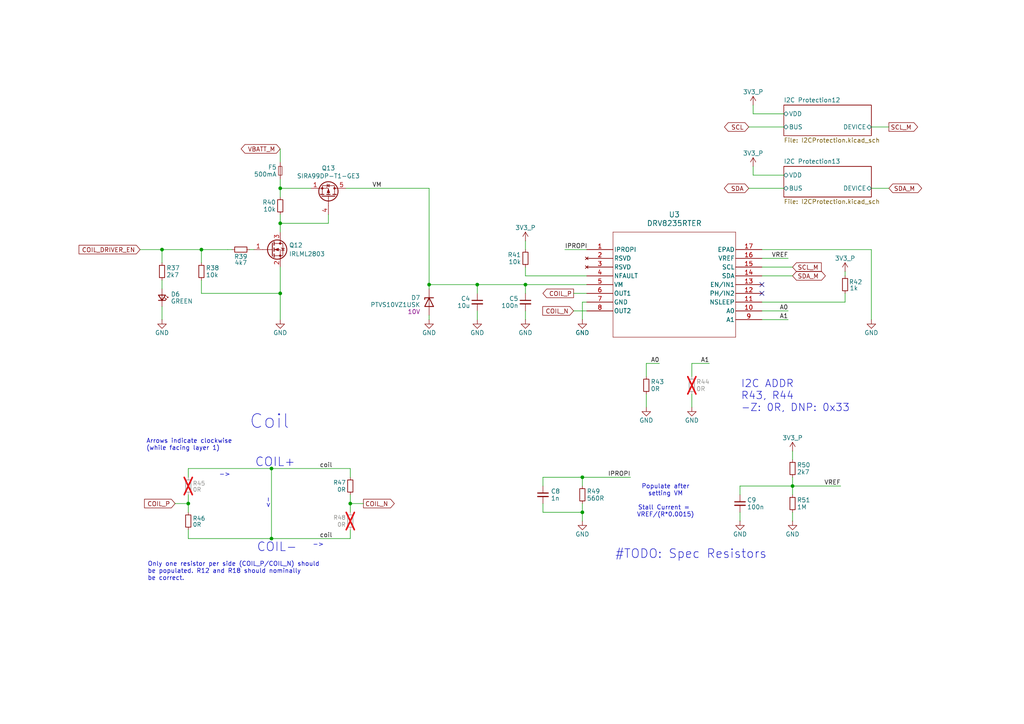
<source format=kicad_sch>
(kicad_sch (version 20250114) (generator "eeschema") (generator_version "9.0")
  (paper "A4")
  (title_block (title "Argus -Z Panel") (date "2025-06-23") (rev "Rev 5.0") (company "N. Khera") (comment 1 "V. Rajesh") (comment 2 "A. Sahay"))
  (lib_symbols
    (symbol "Argus-IC:DRV8235RTER" (pin_names (offset 0.254))
      (property "Reference" "U" (at 25.4 10.16 0))
      (property "Value" "DRV8235RTER" (at 25.4 7.62 0))
      (symbol "DRV8235RTER_0_1"
        (polyline (pts (xy 7.62 5.08) (xy 7.62 -25.4)) (stroke (width 0.127)))
        (polyline (pts (xy 7.62 -25.4) (xy 43.18 -25.4)) (stroke (width 0.127)))
        (polyline (pts (xy 43.18 5.08) (xy 7.62 5.08)) (stroke (width 0.127)))
        (polyline (pts (xy 43.18 -25.4) (xy 43.18 5.08)) (stroke (width 0.127)))
        (pin power_in line (at 0 0 0) (length 7.62) (name "IPROPI") (number "1"))
        (pin no_connect line (at 0 -2.54 0) (length 7.62) (name "RSVD") (number "2"))
        (pin no_connect line (at 0 -5.08 0) (length 7.62) (name "RSVD") (number "3"))
        (pin output line (at 0 -7.62 0) (length 7.62) (name "NFAULT") (number "4"))
        (pin power_in line (at 0 -10.16 0) (length 7.62) (name "VM") (number "5"))
        (pin output line (at 0 -12.7 0) (length 7.62) (name "OUT1") (number "6"))
        (pin power_out line (at 0 -15.24 0) (length 7.62) (name "GND") (number "7"))
        (pin output line (at 0 -17.78 0) (length 7.62) (name "OUT2") (number "8"))
        (pin power_out line (at 50.8 0 180) (length 7.62) (name "EPAD") (number "17"))
        (pin input line (at 50.8 -2.54 180) (length 7.62) (name "VREF") (number "16"))
        (pin input line (at 50.8 -5.08 180) (length 7.62) (name "SCL") (number "15"))
        (pin input line (at 50.8 -7.62 180) (length 7.62) (name "SDA") (number "14"))
        (pin input line (at 50.8 -10.16 180) (length 7.62) (name "EN/IN1") (number "13"))
        (pin input line (at 50.8 -12.7 180) (length 7.62) (name "PH/IN2") (number "12"))
        (pin input line (at 50.8 -15.24 180) (length 7.62) (name "NSLEEP") (number "11"))
        (pin input line (at 50.8 -17.78 180) (length 7.62) (name "A0") (number "10"))
        (pin input line (at 50.8 -20.32 180) (length 7.62) (name "A1") (number "9"))
      )
    )
    (symbol "Argus-IC:IRLML2803" (pin_names (hide yes))
      (property "Reference" "Q23" (at 2.54 1.27 0))
      (property "Value" "IRLML2803" (at 2.54 -1.27 0))
      (symbol "IRLML2803_0_1"
        (polyline (pts (xy -2.286 1.905) (xy -2.286 -1.905)) (stroke (width 0.254)))
        (polyline (pts (xy -2.286 0) (xy -5.08 0)))
        (polyline (pts (xy -1.778 2.286) (xy -1.778 1.27)) (stroke (width 0.254)))
        (polyline (pts (xy -1.778 0.508) (xy -1.778 -0.508)) (stroke (width 0.254)))
        (polyline (pts (xy -1.778 -1.27) (xy -1.778 -2.286)) (stroke (width 0.254)))
        (polyline (pts (xy -1.778 -1.778) (xy 0.762 -1.778) (xy 0.762 1.778) (xy -1.778 1.778)))
        (polyline (pts (xy -1.524 0) (xy -0.508 0.381) (xy -0.508 -0.381) (xy -1.524 0)) (fill (type outline)))
        (circle (center -0.889 0) (radius 2.794) (stroke (width 0.254)))
        (polyline (pts (xy 0 2.54) (xy 0 1.778)))
        (circle (center 0 1.778) (radius 0.254) (fill (type outline)))
        (circle (center 0 -1.778) (radius 0.254) (fill (type outline)))
        (polyline (pts (xy 0 -2.54) (xy 0 0) (xy -1.778 0)))
        (polyline (pts (xy 0.254 0.508) (xy 0.381 0.381) (xy 1.143 0.381) (xy 1.27 0.254)))
        (polyline (pts (xy 0.762 0.381) (xy 0.381 -0.254) (xy 1.143 -0.254) (xy 0.762 0.381)))
      )
      (symbol "IRLML2803_1_1"
        (pin input line (at -7.62 0 0) (length 2.54) (name "G") (number "1"))
        (pin passive line (at 0 5.08 270) (length 2.54) (name "D") (number "3"))
        (pin passive line (at 0 -5.08 90) (length 2.54) (name "S") (number "2"))
      )
    )
    (symbol "Device:C_Small" (pin_numbers (hide yes)) (pin_names (offset 0.254) (hide yes))
      (property "Reference" "C" (at 0.254 1.778 0))
      (property "Value" "C_Small" (at 0.254 -2.032 0))
      (symbol "C_Small_0_1"
        (polyline (pts (xy -1.524 0.508) (xy 1.524 0.508)) (stroke (width 0.3048)))
        (polyline (pts (xy -1.524 -0.508) (xy 1.524 -0.508)) (stroke (width 0.3302)))
      )
      (symbol "C_Small_1_1"
        (pin passive line (at 0 2.54 270) (length 2.032) (name "~") (number "1"))
        (pin passive line (at 0 -2.54 90) (length 2.032) (name "~") (number "2"))
      )
    )
    (symbol "Device:Fuse_Small" (pin_numbers (hide yes)) (pin_names (offset 0.254) (hide yes))
      (property "Reference" "F" (at 0 -1.524 0))
      (property "Value" "Fuse_Small" (at 0 1.524 0))
      (symbol "Fuse_Small_0_1"
        (rectangle (start -1.27 0.508) (end 1.27 -0.508))
        (polyline (pts (xy -1.27 0) (xy 1.27 0)))
      )
      (symbol "Fuse_Small_1_1"
        (pin passive line (at -2.54 0 0) (length 1.27) (name "~") (number "1"))
        (pin passive line (at 2.54 0 180) (length 1.27) (name "~") (number "2"))
      )
    )
    (symbol "Device:LED_Small" (pin_numbers (hide yes)) (pin_names (offset 0.254) (hide yes))
      (property "Reference" "D" (at -1.27 3.175 0))
      (property "Value" "LED_Small" (at -4.445 -2.54 0))
      (symbol "LED_Small_0_1"
        (polyline (pts (xy -0.762 -1.016) (xy -0.762 1.016)) (stroke (width 0.254)))
        (polyline (pts (xy 0 0.762) (xy -0.508 1.27) (xy -0.254 1.27) (xy -0.508 1.27) (xy -0.508 1.016)))
        (polyline (pts (xy 0.508 1.27) (xy 0 1.778) (xy 0.254 1.778) (xy 0 1.778) (xy 0 1.524)))
        (polyline (pts (xy 0.762 -1.016) (xy -0.762 0) (xy 0.762 1.016) (xy 0.762 -1.016)) (stroke (width 0.254)))
        (polyline (pts (xy 1.016 0) (xy -0.762 0)))
      )
      (symbol "LED_Small_1_1"
        (pin passive line (at -2.54 0 0) (length 1.778) (name "K") (number "1"))
        (pin passive line (at 2.54 0 180) (length 1.778) (name "A") (number "2"))
      )
    )
    (symbol "Device:R_Small" (pin_numbers (hide yes)) (pin_names (offset 0.254) (hide yes))
      (property "Reference" "R" (at 0.762 0.508 0))
      (property "Value" "R_Small" (at 0.762 -1.016 0))
      (symbol "R_Small_0_1"
        (rectangle (start -0.762 1.778) (end 0.762 -1.778) (stroke (width 0.2032)))
      )
      (symbol "R_Small_1_1"
        (pin passive line (at 0 2.54 270) (length 0.762) (name "~") (number "1"))
        (pin passive line (at 0 -2.54 90) (length 0.762) (name "~") (number "2"))
      )
    )
    (symbol "Diode:PTVS10VZ1USK" (pin_numbers (hide yes)) (pin_names (hide yes))
      (property "Reference" "D" (at 0 2.54 0))
      (property "Value" "PTVS10VZ1USK" (at 0 -2.54 0))
      (symbol "PTVS10VZ1USK_0_1"
        (polyline (pts (xy -1.27 -1.27) (xy -1.27 1.27) (xy -0.762 1.27)) (stroke (width 0.254)))
        (polyline (pts (xy 1.27 0) (xy -1.27 0)))
        (polyline (pts (xy 1.27 -1.27) (xy 1.27 1.27) (xy -1.27 0) (xy 1.27 -1.27)) (stroke (width 0.254)))
      )
      (symbol "PTVS10VZ1USK_1_1"
        (pin passive line (at -3.81 0 0) (length 2.54) (name "K") (number "1"))
        (pin passive line (at 3.81 0 180) (length 2.54) (name "A") (number "2"))
      )
    )
    (symbol "R_Small_1" (pin_numbers (hide yes)) (pin_names (offset 0.254) (hide yes))
      (property "Reference" "R" (at 0 0 90))
      (property "Value" "R_Small" (at 1.778 0 90))
      (symbol "R_Small_1_0_1"
        (rectangle (start -0.762 1.778) (end 0.762 -1.778) (stroke (width 0.2032)))
      )
      (symbol "R_Small_1_1_1"
        (pin passive line (at 0 2.54 270) (length 0.762) (name "~") (number "1"))
        (pin passive line (at 0 -2.54 90) (length 0.762) (name "~") (number "2"))
      )
    )
    (symbol "R_Small_2" (pin_numbers (hide yes)) (pin_names (offset 0.254) (hide yes))
      (property "Reference" "R" (at 0 0 90))
      (property "Value" "R_Small" (at 1.778 0 90))
      (symbol "R_Small_2_0_1"
        (rectangle (start -0.762 1.778) (end 0.762 -1.778) (stroke (width 0.2032)))
      )
      (symbol "R_Small_2_1_1"
        (pin passive line (at 0 2.54 270) (length 0.762) (name "~") (number "1"))
        (pin passive line (at 0 -2.54 90) (length 0.762) (name "~") (number "2"))
      )
    )
    (symbol "R_Small_3" (pin_numbers (hide yes)) (pin_names (offset 0.254) (hide yes))
      (property "Reference" "R" (at 0 0 90))
      (property "Value" "R_Small" (at 1.778 0 90))
      (symbol "R_Small_3_0_1"
        (rectangle (start -0.762 1.778) (end 0.762 -1.778) (stroke (width 0.2032)))
      )
      (symbol "R_Small_3_1_1"
        (pin passive line (at 0 2.54 270) (length 0.762) (name "~") (number "1"))
        (pin passive line (at 0 -2.54 90) (length 0.762) (name "~") (number "2"))
      )
    )
    (symbol "R_Small_4" (pin_numbers (hide yes)) (pin_names (offset 0.254) (hide yes))
      (property "Reference" "R" (at 0 0 90))
      (property "Value" "R_Small" (at 1.778 0 90))
      (symbol "R_Small_4_0_1"
        (rectangle (start -0.762 1.778) (end 0.762 -1.778) (stroke (width 0.2032)))
      )
      (symbol "R_Small_4_1_1"
        (pin passive line (at 0 2.54 270) (length 0.762) (name "~") (number "1"))
        (pin passive line (at 0 -2.54 90) (length 0.762) (name "~") (number "2"))
      )
    )
    (symbol "Transistor_FET:Si7141DP" (pin_names (hide yes))
      (property "Reference" "Q" (at 5.08 1.905 0))
      (property "Value" "Si7141DP" (at 5.08 0 0))
      (symbol "Si7141DP_0_1"
        (polyline (pts (xy 0.254 1.905) (xy 0.254 -1.905)) (stroke (width 0.254)))
        (polyline (pts (xy 0.254 0) (xy -2.54 0)))
        (polyline (pts (xy 0.762 2.286) (xy 0.762 1.27)) (stroke (width 0.254)))
        (polyline (pts (xy 0.762 1.778) (xy 3.302 1.778) (xy 3.302 -1.778) (xy 0.762 -1.778)))
        (polyline (pts (xy 0.762 0.508) (xy 0.762 -0.508)) (stroke (width 0.254)))
        (polyline (pts (xy 0.762 -1.27) (xy 0.762 -2.286)) (stroke (width 0.254)))
        (circle (center 1.651 0) (radius 2.794) (stroke (width 0.254)))
        (polyline (pts (xy 2.286 0) (xy 1.27 0.381) (xy 1.27 -0.381) (xy 2.286 0)) (fill (type outline)))
        (polyline (pts (xy 2.54 2.54) (xy 2.54 1.778)))
        (circle (center 2.54 1.778) (radius 0.254) (fill (type outline)))
        (circle (center 2.54 -1.778) (radius 0.254) (fill (type outline)))
        (polyline (pts (xy 2.54 -2.54) (xy 2.54 0) (xy 0.762 0)))
        (polyline (pts (xy 2.794 -0.508) (xy 2.921 -0.381) (xy 3.683 -0.381) (xy 3.81 -0.254)))
        (polyline (pts (xy 3.302 -0.381) (xy 2.921 0.254) (xy 3.683 0.254) (xy 3.302 -0.381)))
      )
      (symbol "Si7141DP_1_1"
        (pin input line (at -5.08 0 0) (length 2.54) (name "G") (number "4"))
        (pin passive line (at 2.54 5.08 270) (length 2.54) (name "D") (number "5"))
        (pin passive line (at 2.54 -5.08 90) (length 2.54) (name "S") (number "1"))
        (pin passive line (at 2.54 -5.08 90) (length 2.54) (hide yes) (name "S") (number "2"))
        (pin passive line (at 2.54 -5.08 90) (length 2.54) (hide yes) (name "S") (number "3"))
      )
    )
    (symbol "power:+3.3V" (power) (pin_numbers (hide yes)) (pin_names (offset 0) (hide yes))
      (property "Value" "+3.3V" (at 0 3.556 0))
      (symbol "+3.3V_0_1"
        (polyline (pts (xy -0.762 1.27) (xy 0 2.54)))
        (polyline (pts (xy 0 2.54) (xy 0.762 1.27)))
        (polyline (pts (xy 0 0) (xy 0 2.54)))
      )
      (symbol "+3.3V_1_1"
        (pin power_in line (at 0 0 90) (length 0) (name "~") (number "1"))
      )
    )
    (symbol "power:GND" (power) (pin_numbers (hide yes)) (pin_names (offset 0) (hide yes))
      (property "Value" "GND" (at 0 -3.81 0))
      (symbol "GND_0_1"
        (polyline (pts (xy 0 0) (xy 0 -1.27) (xy 1.27 -1.27) (xy 0 -2.54) (xy -1.27 -1.27) (xy 0 -1.27)))
      )
      (symbol "GND_1_1"
        (pin power_in line (at 0 0 270) (length 0) (name "~") (number "1"))
      )
    )
  )
  (text "COIL+" (at 73.914 135.636 0) (effects (font (size 2.54 2.54)) (justify left bottom)))
  (text "->" (at 63.5 138.43 0) (effects (font (size 1.27 1.27)) (justify left bottom)))
  (text "->" (at 93.98 158.75 0) (effects (font (size 1.27 1.27)) (justify right bottom)))
  (text "#TODO: Spec Resistors" (at 200.406 160.782 0) (effects (font (size 2.54 2.54))))
  (text "Coil" (at 72.263 124.714 0) (effects (font (size 4 4)) (justify left bottom)))
  (text "I2C ADDR\nR43, R44\n-Z: 0R, DNP: 0x33" (at 214.884 119.634 0) (effects (font (size 2.159 2.159)) (justify left bottom)))
  (text "Only one resistor per side (COIL_P/COIL_N) should \nbe populated. R12 and R18 should nominally \nbe correct." (at 42.799 168.529 0) (effects (font (size 1.27 1.27)) (justify left bottom)))
  (text "<-" (at 78.486 147.574 90) (effects (font (size 1.27 1.27)) (justify left bottom)))
  (text "Arrows indicate clockwise\n(while facing layer 1)" (at 42.418 130.81 0) (effects (font (size 1.27 1.27)) (justify left bottom)))
  (text "COIL-" (at 74.422 160.274 0) (effects (font (size 2.54 2.54)) (justify left bottom)))
  (text "Populate after\nsetting VM\n\nStall Current = \nVREF/(R*0.0015)" (at 193.04 145.288 0) (effects (font (size 1.27 1.27))))
  (junction (at 101.6 146.05))
  (junction (at 81.28 64.77))
  (junction (at 78.74 135.89))
  (junction (at 152.4 82.55))
  (junction (at 78.74 156.21))
  (junction (at 81.28 85.09))
  (junction (at 46.99 72.39))
  (junction (at 54.61 146.05))
  (junction (at 138.43 82.55))
  (junction (at 124.46 82.55))
  (junction (at 58.42 72.39))
  (junction (at 168.91 148.59))
  (junction (at 229.87 140.97))
  (junction (at 81.28 54.61))
  (junction (at 168.91 138.43))
  (no_connect (at 220.98 85.09))
  (no_connect (at 220.98 82.55))
  (wire (pts (xy 101.6 143.51) (xy 101.6 146.05)))
  (wire (pts (xy 227.33 50.8) (xy 218.44 50.8)))
  (wire (pts (xy 152.4 69.85) (xy 152.4 72.39)))
  (wire (pts (xy 105.41 146.05) (xy 101.6 146.05)))
  (wire (pts (xy 81.28 52.07) (xy 81.28 54.61)) (stroke (width 0.1524)))
  (wire (pts (xy 168.91 87.63) (xy 168.91 92.71)))
  (wire (pts (xy 72.39 72.39) (xy 73.66 72.39)))
  (wire (pts (xy 220.98 72.39) (xy 252.73 72.39)))
  (wire (pts (xy 217.17 54.61) (xy 227.33 54.61)))
  (wire (pts (xy 187.452 114.3) (xy 187.452 118.11)))
  (wire (pts (xy 229.87 140.97) (xy 243.84 140.97)))
  (wire (pts (xy 101.6 153.67) (xy 101.6 156.21)))
  (wire (pts (xy 54.61 153.67) (xy 54.61 156.21)))
  (wire (pts (xy 54.61 135.89) (xy 78.74 135.89)))
  (wire (pts (xy 46.99 92.71) (xy 46.99 88.9)))
  (wire (pts (xy 138.43 82.55) (xy 138.43 85.09)))
  (wire (pts (xy 157.48 148.59) (xy 168.91 148.59)))
  (wire (pts (xy 168.91 138.43) (xy 157.48 138.43)))
  (wire (pts (xy 229.87 77.47) (xy 220.98 77.47)))
  (wire (pts (xy 54.61 143.51) (xy 54.61 146.05)))
  (wire (pts (xy 46.99 72.39) (xy 58.42 72.39)) (stroke (width 0.1524)))
  (wire (pts (xy 152.4 82.55) (xy 170.18 82.55)))
  (wire (pts (xy 81.28 92.71) (xy 81.28 85.09)))
  (wire (pts (xy 46.99 72.39) (xy 40.64 72.39)) (stroke (width 0.1524)))
  (wire (pts (xy 152.4 82.55) (xy 152.4 85.09)))
  (wire (pts (xy 217.17 36.83) (xy 227.33 36.83)))
  (wire (pts (xy 78.74 135.89) (xy 101.6 135.89)))
  (wire (pts (xy 220.98 74.93) (xy 228.6 74.93)))
  (wire (pts (xy 168.91 148.59) (xy 168.91 146.05)))
  (wire (pts (xy 214.63 140.97) (xy 214.63 143.51)))
  (wire (pts (xy 229.87 130.81) (xy 229.87 133.35)))
  (wire (pts (xy 152.4 90.17) (xy 152.4 92.71)))
  (wire (pts (xy 157.48 146.05) (xy 157.48 148.59)))
  (wire (pts (xy 157.48 138.43) (xy 157.48 140.97)))
  (wire (pts (xy 200.66 105.41) (xy 200.66 109.22)))
  (wire (pts (xy 163.83 72.39) (xy 170.18 72.39)))
  (wire (pts (xy 81.28 54.61) (xy 81.28 57.15)))
  (wire (pts (xy 54.61 135.89) (xy 54.61 138.43)))
  (wire (pts (xy 81.28 77.47) (xy 81.28 85.09)))
  (wire (pts (xy 78.74 135.89) (xy 78.74 156.21)))
  (wire (pts (xy 138.43 82.55) (xy 152.4 82.55)))
  (wire (pts (xy 81.28 64.77) (xy 95.25 64.77)) (stroke (width 0.1524)))
  (wire (pts (xy 170.18 87.63) (xy 168.91 87.63)))
  (wire (pts (xy 124.46 92.71) (xy 124.46 91.44)))
  (wire (pts (xy 245.11 85.09) (xy 245.11 87.63)))
  (wire (pts (xy 101.6 135.89) (xy 101.6 138.43)))
  (wire (pts (xy 168.91 138.43) (xy 168.91 140.97)))
  (wire (pts (xy 138.43 90.17) (xy 138.43 92.71)))
  (wire (pts (xy 81.28 62.23) (xy 81.28 64.77)))
  (wire (pts (xy 191.262 105.41) (xy 187.452 105.41)))
  (wire (pts (xy 252.73 54.61) (xy 257.81 54.61)))
  (wire (pts (xy 227.33 33.02) (xy 218.44 33.02)))
  (wire (pts (xy 81.28 64.77) (xy 81.28 67.31)) (stroke (width 0.1524)))
  (wire (pts (xy 187.452 105.41) (xy 187.452 109.22)))
  (wire (pts (xy 200.66 114.3) (xy 200.66 118.11)))
  (wire (pts (xy 78.74 156.21) (xy 101.6 156.21)))
  (wire (pts (xy 168.91 151.13) (xy 168.91 148.59)))
  (wire (pts (xy 218.44 50.8) (xy 218.44 48.26)))
  (wire (pts (xy 95.25 64.77) (xy 95.25 62.23)) (stroke (width 0.1524)))
  (wire (pts (xy 124.46 82.55) (xy 124.46 83.82)))
  (wire (pts (xy 252.73 72.39) (xy 252.73 92.71)))
  (wire (pts (xy 220.98 90.17) (xy 228.6 90.17)))
  (wire (pts (xy 168.91 138.43) (xy 182.88 138.43)))
  (wire (pts (xy 101.6 146.05) (xy 101.6 148.59)))
  (wire (pts (xy 58.42 72.39) (xy 66.04 72.39)) (stroke (width 0.1524)))
  (wire (pts (xy 220.98 92.71) (xy 228.6 92.71)))
  (wire (pts (xy 81.28 54.61) (xy 90.17 54.61)) (stroke (width 0.1524)))
  (wire (pts (xy 54.61 156.21) (xy 78.74 156.21)))
  (wire (pts (xy 229.87 140.97) (xy 229.87 143.51)))
  (wire (pts (xy 58.42 72.39) (xy 58.42 76.2)) (stroke (width 0.1524)))
  (wire (pts (xy 124.46 82.55) (xy 138.43 82.55)))
  (wire (pts (xy 58.42 85.09) (xy 81.28 85.09)))
  (wire (pts (xy 229.87 138.43) (xy 229.87 140.97)))
  (wire (pts (xy 229.87 80.01) (xy 220.98 80.01)))
  (wire (pts (xy 66.04 72.39) (xy 67.31 72.39)))
  (wire (pts (xy 252.73 36.83) (xy 257.81 36.83)))
  (wire (pts (xy 100.33 54.61) (xy 124.46 54.61)))
  (wire (pts (xy 214.63 140.97) (xy 229.87 140.97)))
  (wire (pts (xy 218.44 33.02) (xy 218.44 30.48)))
  (wire (pts (xy 152.4 77.47) (xy 152.4 80.01)))
  (wire (pts (xy 58.42 85.09) (xy 58.42 81.28)))
  (wire (pts (xy 229.87 148.59) (xy 229.87 151.13)))
  (wire (pts (xy 220.98 87.63) (xy 245.11 87.63)))
  (wire (pts (xy 81.28 43.18) (xy 81.28 46.99)))
  (wire (pts (xy 166.37 90.17) (xy 170.18 90.17)))
  (wire (pts (xy 166.37 85.09) (xy 170.18 85.09)))
  (wire (pts (xy 124.46 54.61) (xy 124.46 82.55)))
  (wire (pts (xy 205.74 105.41) (xy 200.66 105.41)))
  (wire (pts (xy 54.61 146.05) (xy 54.61 148.59)))
  (wire (pts (xy 50.8 146.05) (xy 54.61 146.05)))
  (wire (pts (xy 152.4 80.01) (xy 170.18 80.01)))
  (wire (pts (xy 214.63 148.59) (xy 214.63 151.13)))
  (wire (pts (xy 245.11 80.01) (xy 245.11 78.74)))
  (wire (pts (xy 46.99 81.28) (xy 46.99 83.82)))
  (wire (pts (xy 46.99 72.39) (xy 46.99 76.2)) (stroke (width 0.1524)))
  (label "coil" (at 92.71 156.21 0))
  (label "IPROPI" (at 163.83 72.39 0))
  (label "coil" (at 92.71 135.89 0))
  (label "A0" (at 228.6 90.17 180))
  (label "IPROPI" (at 182.88 138.43 180))
  (label "A1" (at 228.6 92.71 180))
  (label "VREF" (at 243.84 140.97 180))
  (label "VM" (at 107.95 54.61 0))
  (label "A0" (at 191.262 105.41 180))
  (label "VREF" (at 228.6 74.93 180))
  (label "A1" (at 205.74 105.41 180))
  (global_label "COIL_DRIVER_EN" (shape input) (at 40.64 72.39 180) (property "Intersheetrefs" "${INTERSHEET_REFS}" (effects (hide yes))))
  (global_label "SCL_M" (shape input) (at 229.87 77.47 0) (property "Intersheetrefs" "${INTERSHEET_REFS}" (effects (hide yes))))
  (global_label "SCL_M" (shape output) (at 257.81 36.83 0) (property "Intersheetrefs" "${INTERSHEET_REFS}" (effects (hide yes))))
  (global_label "COIL_N" (shape output) (at 105.41 146.05 0) (property "Intersheetrefs" "${INTERSHEET_REFS}" (effects (hide yes))))
  (global_label "SDA_M" (shape bidirectional) (at 229.87 80.01 0) (property "Intersheetrefs" "${INTERSHEET_REFS}" (effects (hide yes))))
  (global_label "VBATT_M" (shape bidirectional) (at 81.28 43.18 180) (property "Intersheetrefs" "${INTERSHEET_REFS}" (effects (hide yes))))
  (global_label "SDA" (shape bidirectional) (at 217.17 54.61 180) (property "Intersheetrefs" "${INTERSHEET_REFS}" (effects (hide yes))))
  (global_label "COIL_P" (shape input) (at 50.8 146.05 180) (property "Intersheetrefs" "${INTERSHEET_REFS}" (effects (hide yes))))
  (global_label "SDA_M" (shape bidirectional) (at 257.81 54.61 0) (property "Intersheetrefs" "${INTERSHEET_REFS}" (effects (hide yes))))
  (global_label "COIL_P" (shape output) (at 166.37 85.09 180) (property "Intersheetrefs" "${INTERSHEET_REFS}" (effects (hide yes))))
  (global_label "SCL" (shape bidirectional) (at 217.17 36.83 180) (property "Intersheetrefs" "${INTERSHEET_REFS}" (effects (hide yes))))
  (global_label "COIL_N" (shape input) (at 166.37 90.17 180) (property "Intersheetrefs" "${INTERSHEET_REFS}" (effects (hide yes))))
  (symbol (lib_id "Device:R_Small") (at 46.99 78.74 0) (unit 1)
    (property "Reference" "R37" (at 48.26 77.724 0) (effects (justify left)))
    (property "Value" "2k7" (at 48.26 79.756 0) (effects (justify left)))
    (property "Footprint" "Resistor_SMD:R_0603_1608Metric" (effects (hide yes)))
    (property "Description" "Resistor, small symbol" (effects (hide yes)))
    (property "DIS" "Digi-Key" (effects (hide yes)))
    (property "DPN" "A129693CT-ND" (effects (hide yes)))
    (property "MFR" "TE" (effects (hide yes)))
    (property "MPN" "CRGCQ0603F2K7" (effects (hide yes)))
  )
  (symbol (lib_id "power:GND") (at 168.91 92.71 0) (unit 1)
    (property "Reference" "#PWR046" (effects (hide yes)))
    (property "Value" "GND" (at 168.91 96.52 0))
    (property "Description" "Power symbol creates a global label with name \"GND\" , ground" (effects (hide yes)))
  )
  (symbol (lib_name "R_Small_1") (lib_id "Device:R_Small") (at 229.87 135.89 0) (unit 1)
    (property "Reference" "R50" (at 231.14 134.874 0) (effects (justify left)))
    (property "Value" "2k7" (at 231.14 136.906 0) (effects (justify left)))
    (property "Footprint" "Resistor_SMD:R_0603_1608Metric" (effects (hide yes)))
    (property "Description" "Resistor, small symbol" (effects (hide yes)))
  )
  (symbol (lib_name "R_Small_2") (lib_id "Device:R_Small") (at 168.91 143.51 0) (unit 1)
    (property "Reference" "R49" (at 170.18 142.494 0) (effects (justify left)))
    (property "Value" "560R" (at 170.18 144.526 0) (effects (justify left)))
    (property "Footprint" "Resistor_SMD:R_0603_1608Metric" (effects (hide yes)))
    (property "Description" "Resistor, small symbol" (effects (hide yes)))
  )
  (symbol (lib_id "Device:R_Small") (at 54.61 151.13 180) (unit 1)
    (property "Reference" "R46" (at 55.88 150.368 0) (effects (font (size 1.2 1.2)) (justify right)))
    (property "Value" "0R" (at 55.88 152.146 0) (effects (font (size 1.2 1.2)) (justify right)))
    (property "Footprint" "Resistor_SMD:R_0603_1608Metric" (effects (hide yes)))
    (property "Description" "Resistor, small symbol" (effects (hide yes)))
  )
  (symbol (lib_id "power:GND") (at 46.99 92.71 0) (mirror y) (unit 1)
    (property "Reference" "#GND01" (effects (hide yes)))
    (property "Value" "GND" (at 46.99 96.52 0))
    (property "Description" "Power symbol creates a global label with name \"GND\" , ground" (effects (hide yes)))
  )
  (symbol (lib_id "power:GND") (at 138.43 92.71 0) (mirror y) (unit 1)
    (property "Reference" "#PWR043" (effects (hide yes)))
    (property "Value" "GND" (at 138.43 96.52 0))
    (property "Description" "Power symbol creates a global label with name \"GND\" , ground" (effects (hide yes)))
  )
  (symbol (lib_id "Device:C_Small") (at 214.63 146.05 0) (unit 1)
    (property "Reference" "C9" (at 216.662 145.034 0) (effects (justify left)))
    (property "Value" "100n" (at 216.662 147.066 0) (effects (justify left)))
    (property "Footprint" "Capacitor_SMD:C_0603_1608Metric" (effects (hide yes)))
    (property "Description" "Unpolarized capacitor, small symbol" (effects (hide yes)))
  )
  (symbol (lib_id "Device:R_Small") (at 245.11 82.55 180) (unit 1)
    (property "Reference" "R42" (at 248.158 81.788 0))
    (property "Value" "1k" (at 247.65 83.566 0))
    (property "Footprint" "Resistor_SMD:R_0603_1608Metric" (effects (hide yes)))
    (property "Description" "Resistor, small symbol" (effects (hide yes)))
  )
  (symbol (lib_id "Device:R_Small") (at 187.452 111.76 180) (unit 1)
    (property "Reference" "R43" (at 188.722 110.744 0) (effects (justify right)))
    (property "Value" "0R" (at 188.722 112.776 0) (effects (justify right)))
    (property "Footprint" "Resistor_SMD:R_0603_1608Metric" (effects (hide yes)))
    (property "Description" "Resistor, small symbol" (effects (hide yes)))
  )
  (symbol (lib_id "power:GND") (at 214.63 151.13 0) (unit 1)
    (property "Reference" "#PWR036" (effects (hide yes)))
    (property "Value" "GND" (at 214.63 154.94 0))
    (property "Description" "Power symbol creates a global label with name \"GND\" , ground" (effects (hide yes)))
  )
  (symbol (lib_id "Device:C_Small") (at 138.43 87.63 0) (unit 1)
    (property "Reference" "C4" (at 136.398 86.614 0) (effects (justify right)))
    (property "Value" "10u" (at 136.398 88.646 0) (effects (justify right)))
    (property "Footprint" "Capacitor_SMD:C_1210_3225Metric" (effects (hide yes)))
    (property "Description" "Unpolarized capacitor, small symbol" (effects (hide yes)))
  )
  (symbol (lib_id "Device:R_Small") (at 69.85 72.39 90) (unit 1)
    (property "Reference" "R39" (at 69.85 74.422 90))
    (property "Value" "4k7" (at 69.85 76.2 90))
    (property "Footprint" "Resistor_SMD:R_0603_1608Metric" (effects (hide yes)))
    (property "Description" "Resistor, small symbol" (effects (hide yes)))
  )
  (symbol (lib_id "power:+3.3V") (at 218.44 48.26 0) (unit 1)
    (property "Reference" "#PWR045" (effects (hide yes)))
    (property "Value" "3V3_P" (at 218.44 44.45 0))
    (property "Description" "Power symbol creates a global label with name \"+3.3V\"" (effects (hide yes)))
  )
  (symbol (lib_name "R_Small_3") (lib_id "Device:R_Small") (at 229.87 146.05 0) (unit 1)
    (property "Reference" "R51" (at 231.14 145.034 0) (effects (justify left)))
    (property "Value" "1M" (at 231.14 147.066 0) (effects (justify left)))
    (property "Footprint" "Resistor_SMD:R_0603_1608Metric" (effects (hide yes)))
    (property "Description" "Resistor, small symbol" (effects (hide yes)))
  )
  (symbol (lib_id "power:+3.3V") (at 218.44 30.48 0) (unit 1)
    (property "Reference" "#PWR044" (effects (hide yes)))
    (property "Value" "3V3_P" (at 218.44 26.67 0))
    (property "Description" "Power symbol creates a global label with name \"+3.3V\"" (effects (hide yes)))
  )
  (symbol (lib_id "power:GND") (at 168.91 151.13 0) (unit 1)
    (property "Reference" "#PWR039" (effects (hide yes)))
    (property "Value" "GND" (at 168.91 154.94 0))
    (property "Description" "Power symbol creates a global label with name \"GND\" , ground" (effects (hide yes)))
  )
  (symbol (lib_id "power:GND") (at 152.4 92.71 0) (mirror y) (unit 1)
    (property "Reference" "#PWR040" (effects (hide yes)))
    (property "Value" "GND" (at 152.4 96.52 0))
    (property "Description" "Power symbol creates a global label with name \"GND\" , ground" (effects (hide yes)))
  )
  (symbol (lib_id "Argus-IC:IRLML2803") (at 81.28 72.39 0) (unit 1)
    (property "Reference" "Q12" (at 83.82 71.12 0) (effects (justify left)))
    (property "Value" "IRLML2803" (at 83.82 73.66 0) (effects (justify left)))
    (property "Footprint" "Package_TO_SOT_SMD:SOT-23" (effects (hide yes)))
  )
  (symbol (lib_id "Argus-IC:DRV8235RTER") (at 170.18 72.39 0) (unit 1)
    (property "Reference" "U3" (at 195.58 62.23 0) (effects (font (size 1.524 1.524))))
    (property "Value" "DRV8235RTER" (at 195.58 64.77 0) (effects (font (size 1.524 1.524))))
    (property "Footprint" "Argus-IC:WQFN16_RTE_TEX" (effects (hide yes)))
    (property "Datasheet" "DRV8235RTER" (effects (hide yes)))
  )
  (symbol (lib_id "power:+3.3V") (at 152.4 69.85 0) (unit 1)
    (property "Reference" "#PWR035" (effects (hide yes)))
    (property "Value" "3V3_P" (at 152.4 66.04 0))
    (property "Description" "Power symbol creates a global label with name \"+3.3V\"" (effects (hide yes)))
  )
  (symbol (lib_id "Device:C_Small") (at 157.48 143.51 0) (unit 1)
    (property "Reference" "C8" (at 159.766 142.494 0) (effects (justify left)))
    (property "Value" "1n" (at 159.766 144.526 0) (effects (justify left)))
    (property "Footprint" "Capacitor_SMD:C_0603_1608Metric" (effects (hide yes)))
    (property "Description" "Unpolarized capacitor, small symbol" (effects (hide yes)))
  )
  (symbol (lib_id "power:GND") (at 229.87 151.13 0) (unit 1)
    (property "Reference" "#PWR038" (effects (hide yes)))
    (property "Value" "GND" (at 229.87 154.94 0))
    (property "Description" "Power symbol creates a global label with name \"GND\" , ground" (effects (hide yes)))
  )
  (symbol (lib_name "R_Small_4") (lib_id "Device:R_Small") (at 152.4 74.93 0) (mirror y) (unit 1)
    (property "Reference" "R41" (at 151.13 73.914 0) (effects (justify left)))
    (property "Value" "10k" (at 151.13 75.946 0) (effects (justify left)))
    (property "Footprint" "Resistor_SMD:R_0603_1608Metric" (effects (hide yes)))
    (property "Description" "Resistor, small symbol" (effects (hide yes)))
  )
  (symbol (lib_id "Device:R_Small") (at 101.6 140.97 180) (unit 1)
    (property "Reference" "R47" (at 100.33 139.954 0) (effects (font (size 1.2 1.2)) (justify left)))
    (property "Value" "0R" (at 100.33 141.986 0) (effects (font (size 1.2 1.2)) (justify left)))
    (property "Footprint" "Resistor_SMD:R_0603_1608Metric" (effects (hide yes)))
    (property "Description" "Resistor, small symbol" (effects (hide yes)))
  )
  (symbol (lib_id "power:+3.3V") (at 229.87 130.81 0) (unit 1)
    (property "Reference" "#PWR049" (effects (hide yes)))
    (property "Value" "3V3_P" (at 229.87 127 0))
    (property "Description" "Power symbol creates a global label with name \"+3.3V\"" (effects (hide yes)))
  )
  (symbol (lib_id "power:GND") (at 81.28 92.71 0) (mirror y) (unit 1)
    (property "Reference" "#GND02" (effects (hide yes)))
    (property "Value" "GND" (at 81.28 96.52 0))
    (property "Description" "Power symbol creates a global label with name \"GND\" , ground" (effects (hide yes)))
  )
  (symbol (lib_id "power:GND") (at 124.46 92.71 0) (mirror y) (unit 1)
    (property "Reference" "#PWR051" (effects (hide yes)))
    (property "Value" "GND" (at 124.46 96.52 0))
    (property "Description" "Power symbol creates a global label with name \"GND\" , ground" (effects (hide yes)))
  )
  (symbol (lib_id "Device:C_Small") (at 152.4 87.63 0) (unit 1)
    (property "Reference" "C5" (at 150.368 86.614 0) (effects (justify right)))
    (property "Value" "100n" (at 150.368 88.646 0) (effects (justify right)))
    (property "Footprint" "Capacitor_SMD:C_0603_1608Metric" (effects (hide yes)))
    (property "Description" "Unpolarized capacitor, small symbol" (effects (hide yes)))
  )
  (symbol (lib_id "Device:R_Small") (at 81.28 59.69 0) (mirror x) (unit 1)
    (property "Reference" "R40" (at 80.01 58.674 0) (effects (justify right)))
    (property "Value" "10k" (at 80.01 60.706 0) (effects (justify right)))
    (property "Footprint" "Resistor_SMD:R_0603_1608Metric" (effects (hide yes)))
    (property "Description" "Resistor, small symbol" (effects (hide yes)))
    (property "DIS" "Digi-Key" (effects (hide yes)))
    (property "DPN" "311-10.0KHRCT-ND" (effects (hide yes)))
    (property "MFR" "Yageo" (effects (hide yes)))
    (property "MPN" "RC0603FR-0710KL" (effects (hide yes)))
  )
  (symbol (lib_id "Device:R_Small") (at 54.61 140.97 180) (unit 1) (in_bom no) (dnp yes)
    (property "Reference" "R45" (at 55.88 140.208 0) (effects (font (size 1.2 1.2)) (justify right)))
    (property "Value" "0R" (at 55.88 141.986 0) (effects (font (size 1.2 1.2)) (justify right)))
    (property "Footprint" "Resistor_SMD:R_0603_1608Metric" (effects (hide yes)))
    (property "Description" "Resistor, small symbol" (effects (hide yes)))
  )
  (symbol (lib_id "power:GND") (at 252.73 92.71 0) (unit 1)
    (property "Reference" "#PWR047" (effects (hide yes)))
    (property "Value" "GND" (at 252.73 96.52 0))
    (property "Description" "Power symbol creates a global label with name \"GND\" , ground" (effects (hide yes)))
  )
  (symbol (lib_id "power:GND") (at 200.66 118.11 0) (mirror y) (unit 1)
    (property "Reference" "#PWR027" (effects (hide yes)))
    (property "Value" "GND" (at 200.66 121.92 0))
    (property "Description" "Power symbol creates a global label with name \"GND\" , ground" (effects (hide yes)))
  )
  (symbol (lib_id "Device:R_Small") (at 58.42 78.74 180) (unit 1)
    (property "Reference" "R38" (at 59.69 77.724 0) (effects (justify right)))
    (property "Value" "10k" (at 59.69 79.756 0) (effects (justify right)))
    (property "Footprint" "Resistor_SMD:R_0603_1608Metric" (effects (hide yes)))
    (property "Description" "Resistor, small symbol" (effects (hide yes)))
    (property "DIS" "Digi-Key" (effects (hide yes)))
    (property "DPN" "311-10.0KHRCT-ND" (effects (hide yes)))
    (property "MFR" "Yageo" (effects (hide yes)))
    (property "MPN" "RC0603FR-0710KL" (effects (hide yes)))
  )
  (symbol (lib_id "Device:R_Small") (at 101.6 151.13 180) (unit 1) (in_bom no) (dnp yes)
    (property "Reference" "R48" (at 100.33 150.114 0) (effects (font (size 1.2 1.2)) (justify left)))
    (property "Value" "0R" (at 100.33 152.146 0) (effects (font (size 1.2 1.2)) (justify left)))
    (property "Footprint" "Resistor_SMD:R_0603_1608Metric" (effects (hide yes)))
    (property "Description" "Resistor, small symbol" (effects (hide yes)))
  )
  (symbol (lib_id "power:GND") (at 187.452 118.11 0) (mirror y) (unit 1)
    (property "Reference" "#PWR021" (effects (hide yes)))
    (property "Value" "GND" (at 187.452 121.92 0))
    (property "Description" "Power symbol creates a global label with name \"GND\" , ground" (effects (hide yes)))
  )
  (symbol (lib_id "Device:LED_Small") (at 46.99 86.36 270) (mirror x) (unit 1)
    (property "Reference" "D6" (at 49.53 85.344 90) (effects (justify left)))
    (property "Value" "GREEN" (at 49.53 87.376 90) (effects (justify left)))
    (property "Footprint" "LED_SMD:LED_0603_1608Metric" (effects (hide yes)))
    (property "Description" "Light emitting diode, small symbol" (effects (hide yes)))
    (property "DIS" "Digi-Key" (effects (hide yes)))
    (property "DPN" "1830-1064-1-ND" (effects (hide yes)))
    (property "MFR" "Inolux" (effects (hide yes)))
    (property "MPN" "IN-S63AT5A" (effects (hide yes)))
  )
  (symbol (lib_id "Device:R_Small") (at 200.66 111.76 180) (unit 1) (in_bom no) (dnp yes)
    (property "Reference" "R44" (at 201.93 110.744 0) (effects (justify right)))
    (property "Value" "0R" (at 201.93 112.776 0) (effects (justify right)))
    (property "Footprint" "Resistor_SMD:R_0603_1608Metric" (effects (hide yes)))
    (property "Description" "Resistor, small symbol" (effects (hide yes)))
  )
  (symbol (lib_id "Device:Fuse_Small") (at 81.28 49.53 270) (mirror x) (unit 1)
    (property "Reference" "F5" (at 80.264 48.514 90) (effects (justify right)))
    (property "Value" "500mA" (at 80.264 50.546 90) (effects (justify right)))
    (property "Footprint" "Fuse:Fuse_0603_1608Metric" (effects (hide yes)))
    (property "Description" "Fuse, small symbol" (effects (hide yes)))
  )
  (symbol (lib_id "Transistor_FET:Si7141DP") (at 95.25 57.15 270) (mirror x) (unit 1)
    (property "Reference" "Q13" (at 95.25 48.768 90))
    (property "Value" "SIRA99DP-T1-GE3" (at 95.25 51.054 90))
    (property "Footprint" "Package_SO:PowerPAK_SO-8_Single" (effects (hide yes)))
    (property "Datasheet" "https://www.vishay.com/docs/65596/si7141dp.pdf" (effects (hide yes)))
    (property "Description" "-60A Id, -20V Vds, 1.9 mOhm Ron, PowerPAK-8" (effects (hide yes)))
    (property "MPN" "C3289459" (effects (hide yes)))
  )
  (symbol (lib_id "power:+3.3V") (at 245.11 78.74 0) (unit 1)
    (property "Reference" "#PWR041" (effects (hide yes)))
    (property "Value" "3V3_P" (at 245.11 74.93 0))
    (property "Description" "Power symbol creates a global label with name \"+3.3V\"" (effects (hide yes)))
  )
  (symbol (lib_id "Diode:PTVS10VZ1USK") (at 124.46 87.63 90) (mirror x) (unit 1)
    (property "Reference" "D7" (at 121.92 86.36 90) (effects (justify left)))
    (property "Value" "PTVS10VZ1USK" (at 121.92 88.3921 90) (effects (justify left)))
    (property "Footprint" "Diode_SMD:Nexperia_DSN1608-2_1.6x0.8mm" (effects (hide yes)))
    (property "Datasheet" "https://assets.nexperia.com/documents/data-sheet/PTVS10VZ1USK.pdf" (effects (hide yes)))
    (property "Description" "10V, 2000W TVS unidirectional diode, DSN1608-2" (effects (hide yes)))
    (property "Field5" "10V" (at 121.92 90.4241 90) (effects (justify left)))
  )
  (sheet (at 227.33 30.48) (size 25.4 8.89) (stroke (width 0.1524))
    (property "Sheetname" "I2C Protection12" (at 227.33 29.7684 0) (effects (justify left bottom)))
    (property "Sheetfile" "I2CProtection.kicad_sch" (at 227.33 39.9546 0) (effects (justify left top)))
    (pin "DEVICE" bidirectional (at 252.73 36.83 0))
    (pin "BUS" bidirectional (at 227.33 36.83 180))
    (pin "VDD" bidirectional (at 227.33 33.02 180))
  )
  (sheet (at 227.33 48.26) (size 25.4 8.89) (stroke (width 0.1524))
    (property "Sheetname" "I2C Protection13" (at 227.33 47.5484 0) (effects (justify left bottom)))
    (property "Sheetfile" "I2CProtection.kicad_sch" (at 227.33 57.7346 0) (effects (justify left top)))
    (pin "DEVICE" bidirectional (at 252.73 54.61 0))
    (pin "BUS" bidirectional (at 227.33 54.61 180))
    (pin "VDD" bidirectional (at 227.33 50.8 180))
  )
)
</source>
